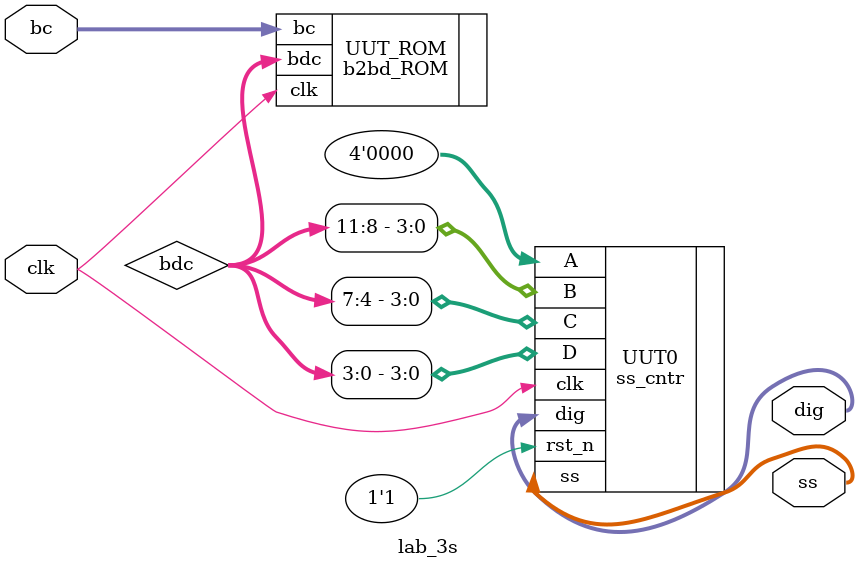
<source format=sv>
module lab_3s (
  (* altera_attribute = "-name IO_STANDARD \"3.3-V LVCMOS\"", chip_pin = "23" *)
  input clk,
  (* altera_attribute = "-name IO_STANDARD \"3.3-V LVCMOS\"", chip_pin = "88, 89, 90, 91, 49, 46, 25, 24" *)
  input  [7:0] bc,
  (* altera_attribute = "-name IO_STANDARD \"3.3-V LVCMOS\"", chip_pin = "84, 76, 85, 77, 86, 133, 87" *)
  output [6:0] ss,
  (* altera_attribute = "-name IO_STANDARD \"3.3-V LVCMOS\"", chip_pin = "73, 80, 74, 83" *)
  output [4:1] dig
);

  wire [11:0] bdc;
  ss_cntr #(10000) UUT0 (
    .clk  (clk),
    .rst_n(1'b1),
    .A    (4'd0),
    .B    (bdc[11:8]),
    .C    (bdc[7:4]),
    .D    (bdc[3:0]),
    .ss   (ss),
    .dig  (dig)
  );

  b2bd_ROM UUT_ROM (
    .clk(clk),
    .bdc(bdc),
    .bc (bc)
  );

endmodule

</source>
